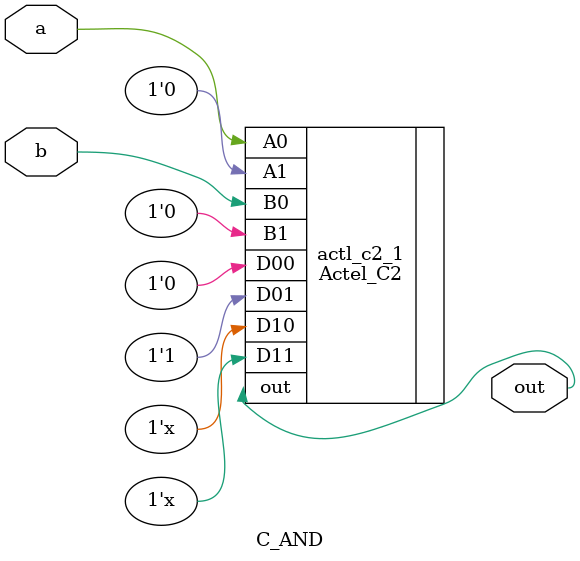
<source format=v>
module C_AND(a, b, out);

    input wire[0:0] a, b;
    output wire[0:0] out;

    Actel_C2 actl_c2_1(
        .out(out),
        .D00(1'b0), .D01(1'b1), 
        .D10(1'bz), .D11(1'bz), 
        .A1(1'b0),  .B1(1'b0),
        .A0(a),     .B0(b) 
    );

endmodule

</source>
